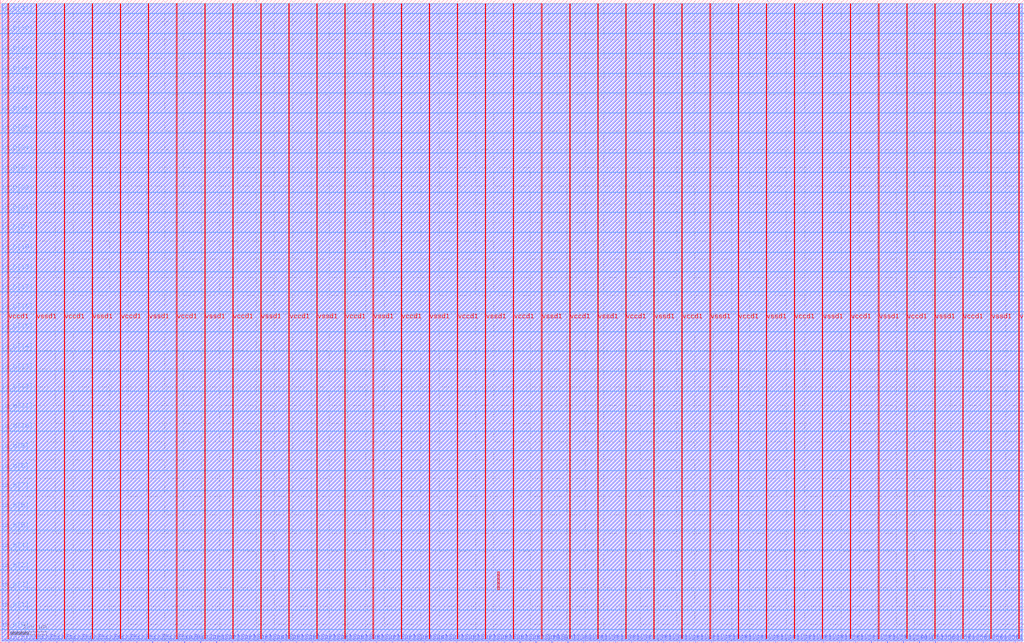
<source format=lef>
VERSION 5.7 ;
  NOWIREEXTENSIONATPIN ON ;
  DIVIDERCHAR "/" ;
  BUSBITCHARS "[]" ;
MACRO DaddaTreeMultiplier
  CLASS BLOCK ;
  FOREIGN DaddaTreeMultiplier ;
  ORIGIN 0.000 0.000 ;
  SIZE 2800.000 BY 1760.000 ;
  PIN clock
    DIRECTION INPUT ;
    USE SIGNAL ;
    PORT
      LAYER met2 ;
        RECT 699.750 1756.000 700.030 1760.000 ;
    END
  END clock
  PIN io_a[0]
    DIRECTION INPUT ;
    USE SIGNAL ;
    ANTENNAGATEAREA 0.990000 ;
    PORT
      LAYER met3 ;
        RECT 2796.000 35.400 2800.000 36.000 ;
    END
  END io_a[0]
  PIN io_a[10]
    DIRECTION INPUT ;
    USE SIGNAL ;
    ANTENNAGATEAREA 0.990000 ;
    PORT
      LAYER met3 ;
        RECT 2796.000 579.400 2800.000 580.000 ;
    END
  END io_a[10]
  PIN io_a[11]
    DIRECTION INPUT ;
    USE SIGNAL ;
    ANTENNAGATEAREA 0.990000 ;
    PORT
      LAYER met3 ;
        RECT 2796.000 633.800 2800.000 634.400 ;
    END
  END io_a[11]
  PIN io_a[12]
    DIRECTION INPUT ;
    USE SIGNAL ;
    ANTENNAGATEAREA 0.990000 ;
    PORT
      LAYER met3 ;
        RECT 2796.000 688.200 2800.000 688.800 ;
    END
  END io_a[12]
  PIN io_a[13]
    DIRECTION INPUT ;
    USE SIGNAL ;
    ANTENNAGATEAREA 0.990000 ;
    PORT
      LAYER met3 ;
        RECT 2796.000 742.600 2800.000 743.200 ;
    END
  END io_a[13]
  PIN io_a[14]
    DIRECTION INPUT ;
    USE SIGNAL ;
    ANTENNAGATEAREA 0.990000 ;
    PORT
      LAYER met3 ;
        RECT 2796.000 797.000 2800.000 797.600 ;
    END
  END io_a[14]
  PIN io_a[15]
    DIRECTION INPUT ;
    USE SIGNAL ;
    ANTENNAGATEAREA 0.990000 ;
    PORT
      LAYER met3 ;
        RECT 2796.000 851.400 2800.000 852.000 ;
    END
  END io_a[15]
  PIN io_a[16]
    DIRECTION INPUT ;
    USE SIGNAL ;
    ANTENNAGATEAREA 0.990000 ;
    PORT
      LAYER met3 ;
        RECT 2796.000 905.800 2800.000 906.400 ;
    END
  END io_a[16]
  PIN io_a[17]
    DIRECTION INPUT ;
    USE SIGNAL ;
    ANTENNAGATEAREA 0.990000 ;
    PORT
      LAYER met3 ;
        RECT 2796.000 960.200 2800.000 960.800 ;
    END
  END io_a[17]
  PIN io_a[18]
    DIRECTION INPUT ;
    USE SIGNAL ;
    ANTENNAGATEAREA 0.990000 ;
    PORT
      LAYER met3 ;
        RECT 2796.000 1014.600 2800.000 1015.200 ;
    END
  END io_a[18]
  PIN io_a[19]
    DIRECTION INPUT ;
    USE SIGNAL ;
    ANTENNAGATEAREA 0.990000 ;
    PORT
      LAYER met3 ;
        RECT 2796.000 1069.000 2800.000 1069.600 ;
    END
  END io_a[19]
  PIN io_a[1]
    DIRECTION INPUT ;
    USE SIGNAL ;
    ANTENNAGATEAREA 0.990000 ;
    PORT
      LAYER met3 ;
        RECT 2796.000 89.800 2800.000 90.400 ;
    END
  END io_a[1]
  PIN io_a[20]
    DIRECTION INPUT ;
    USE SIGNAL ;
    ANTENNAGATEAREA 0.990000 ;
    PORT
      LAYER met3 ;
        RECT 2796.000 1123.400 2800.000 1124.000 ;
    END
  END io_a[20]
  PIN io_a[21]
    DIRECTION INPUT ;
    USE SIGNAL ;
    ANTENNAGATEAREA 0.990000 ;
    PORT
      LAYER met3 ;
        RECT 2796.000 1177.800 2800.000 1178.400 ;
    END
  END io_a[21]
  PIN io_a[22]
    DIRECTION INPUT ;
    USE SIGNAL ;
    ANTENNAGATEAREA 0.990000 ;
    PORT
      LAYER met3 ;
        RECT 2796.000 1232.200 2800.000 1232.800 ;
    END
  END io_a[22]
  PIN io_a[23]
    DIRECTION INPUT ;
    USE SIGNAL ;
    ANTENNAGATEAREA 0.990000 ;
    PORT
      LAYER met3 ;
        RECT 2796.000 1286.600 2800.000 1287.200 ;
    END
  END io_a[23]
  PIN io_a[24]
    DIRECTION INPUT ;
    USE SIGNAL ;
    ANTENNAGATEAREA 0.990000 ;
    PORT
      LAYER met3 ;
        RECT 2796.000 1341.000 2800.000 1341.600 ;
    END
  END io_a[24]
  PIN io_a[25]
    DIRECTION INPUT ;
    USE SIGNAL ;
    ANTENNAGATEAREA 0.990000 ;
    PORT
      LAYER met3 ;
        RECT 2796.000 1395.400 2800.000 1396.000 ;
    END
  END io_a[25]
  PIN io_a[26]
    DIRECTION INPUT ;
    USE SIGNAL ;
    ANTENNAGATEAREA 0.990000 ;
    PORT
      LAYER met3 ;
        RECT 2796.000 1449.800 2800.000 1450.400 ;
    END
  END io_a[26]
  PIN io_a[27]
    DIRECTION INPUT ;
    USE SIGNAL ;
    ANTENNAGATEAREA 0.990000 ;
    PORT
      LAYER met3 ;
        RECT 2796.000 1504.200 2800.000 1504.800 ;
    END
  END io_a[27]
  PIN io_a[28]
    DIRECTION INPUT ;
    USE SIGNAL ;
    ANTENNAGATEAREA 0.990000 ;
    PORT
      LAYER met3 ;
        RECT 2796.000 1558.600 2800.000 1559.200 ;
    END
  END io_a[28]
  PIN io_a[29]
    DIRECTION INPUT ;
    USE SIGNAL ;
    ANTENNAGATEAREA 0.990000 ;
    PORT
      LAYER met3 ;
        RECT 2796.000 1613.000 2800.000 1613.600 ;
    END
  END io_a[29]
  PIN io_a[2]
    DIRECTION INPUT ;
    USE SIGNAL ;
    ANTENNAGATEAREA 0.990000 ;
    PORT
      LAYER met3 ;
        RECT 2796.000 144.200 2800.000 144.800 ;
    END
  END io_a[2]
  PIN io_a[30]
    DIRECTION INPUT ;
    USE SIGNAL ;
    ANTENNAGATEAREA 0.990000 ;
    PORT
      LAYER met3 ;
        RECT 2796.000 1667.400 2800.000 1668.000 ;
    END
  END io_a[30]
  PIN io_a[31]
    DIRECTION INPUT ;
    USE SIGNAL ;
    ANTENNAGATEAREA 0.990000 ;
    PORT
      LAYER met3 ;
        RECT 2796.000 1721.800 2800.000 1722.400 ;
    END
  END io_a[31]
  PIN io_a[3]
    DIRECTION INPUT ;
    USE SIGNAL ;
    ANTENNAGATEAREA 0.990000 ;
    PORT
      LAYER met3 ;
        RECT 2796.000 198.600 2800.000 199.200 ;
    END
  END io_a[3]
  PIN io_a[4]
    DIRECTION INPUT ;
    USE SIGNAL ;
    ANTENNAGATEAREA 0.990000 ;
    PORT
      LAYER met3 ;
        RECT 2796.000 253.000 2800.000 253.600 ;
    END
  END io_a[4]
  PIN io_a[5]
    DIRECTION INPUT ;
    USE SIGNAL ;
    ANTENNAGATEAREA 0.990000 ;
    PORT
      LAYER met3 ;
        RECT 2796.000 307.400 2800.000 308.000 ;
    END
  END io_a[5]
  PIN io_a[6]
    DIRECTION INPUT ;
    USE SIGNAL ;
    ANTENNAGATEAREA 0.990000 ;
    PORT
      LAYER met3 ;
        RECT 2796.000 361.800 2800.000 362.400 ;
    END
  END io_a[6]
  PIN io_a[7]
    DIRECTION INPUT ;
    USE SIGNAL ;
    ANTENNAGATEAREA 0.990000 ;
    PORT
      LAYER met3 ;
        RECT 2796.000 416.200 2800.000 416.800 ;
    END
  END io_a[7]
  PIN io_a[8]
    DIRECTION INPUT ;
    USE SIGNAL ;
    ANTENNAGATEAREA 0.990000 ;
    PORT
      LAYER met3 ;
        RECT 2796.000 470.600 2800.000 471.200 ;
    END
  END io_a[8]
  PIN io_a[9]
    DIRECTION INPUT ;
    USE SIGNAL ;
    ANTENNAGATEAREA 0.990000 ;
    PORT
      LAYER met3 ;
        RECT 2796.000 525.000 2800.000 525.600 ;
    END
  END io_a[9]
  PIN io_b[0]
    DIRECTION INPUT ;
    USE SIGNAL ;
    ANTENNAGATEAREA 0.852000 ;
    PORT
      LAYER met3 ;
        RECT 0.000 35.400 4.000 36.000 ;
    END
  END io_b[0]
  PIN io_b[10]
    DIRECTION INPUT ;
    USE SIGNAL ;
    ANTENNAGATEAREA 0.990000 ;
    PORT
      LAYER met3 ;
        RECT 0.000 579.400 4.000 580.000 ;
    END
  END io_b[10]
  PIN io_b[11]
    DIRECTION INPUT ;
    USE SIGNAL ;
    ANTENNAGATEAREA 0.852000 ;
    PORT
      LAYER met3 ;
        RECT 0.000 633.800 4.000 634.400 ;
    END
  END io_b[11]
  PIN io_b[12]
    DIRECTION INPUT ;
    USE SIGNAL ;
    ANTENNAGATEAREA 0.990000 ;
    PORT
      LAYER met3 ;
        RECT 0.000 688.200 4.000 688.800 ;
    END
  END io_b[12]
  PIN io_b[13]
    DIRECTION INPUT ;
    USE SIGNAL ;
    ANTENNAGATEAREA 0.990000 ;
    PORT
      LAYER met3 ;
        RECT 0.000 742.600 4.000 743.200 ;
    END
  END io_b[13]
  PIN io_b[14]
    DIRECTION INPUT ;
    USE SIGNAL ;
    ANTENNAGATEAREA 0.990000 ;
    PORT
      LAYER met3 ;
        RECT 0.000 797.000 4.000 797.600 ;
    END
  END io_b[14]
  PIN io_b[15]
    DIRECTION INPUT ;
    USE SIGNAL ;
    ANTENNAGATEAREA 0.990000 ;
    PORT
      LAYER met3 ;
        RECT 0.000 851.400 4.000 852.000 ;
    END
  END io_b[15]
  PIN io_b[16]
    DIRECTION INPUT ;
    USE SIGNAL ;
    ANTENNAGATEAREA 0.990000 ;
    PORT
      LAYER met3 ;
        RECT 0.000 905.800 4.000 906.400 ;
    END
  END io_b[16]
  PIN io_b[17]
    DIRECTION INPUT ;
    USE SIGNAL ;
    ANTENNAGATEAREA 0.990000 ;
    PORT
      LAYER met3 ;
        RECT 0.000 960.200 4.000 960.800 ;
    END
  END io_b[17]
  PIN io_b[18]
    DIRECTION INPUT ;
    USE SIGNAL ;
    ANTENNAGATEAREA 0.990000 ;
    PORT
      LAYER met3 ;
        RECT 0.000 1014.600 4.000 1015.200 ;
    END
  END io_b[18]
  PIN io_b[19]
    DIRECTION INPUT ;
    USE SIGNAL ;
    ANTENNAGATEAREA 0.990000 ;
    PORT
      LAYER met3 ;
        RECT 0.000 1069.000 4.000 1069.600 ;
    END
  END io_b[19]
  PIN io_b[1]
    DIRECTION INPUT ;
    USE SIGNAL ;
    ANTENNAGATEAREA 0.852000 ;
    PORT
      LAYER met3 ;
        RECT 0.000 89.800 4.000 90.400 ;
    END
  END io_b[1]
  PIN io_b[20]
    DIRECTION INPUT ;
    USE SIGNAL ;
    ANTENNAGATEAREA 0.990000 ;
    PORT
      LAYER met3 ;
        RECT 0.000 1123.400 4.000 1124.000 ;
    END
  END io_b[20]
  PIN io_b[21]
    DIRECTION INPUT ;
    USE SIGNAL ;
    ANTENNAGATEAREA 0.990000 ;
    PORT
      LAYER met3 ;
        RECT 0.000 1177.800 4.000 1178.400 ;
    END
  END io_b[21]
  PIN io_b[22]
    DIRECTION INPUT ;
    USE SIGNAL ;
    ANTENNAGATEAREA 0.990000 ;
    PORT
      LAYER met3 ;
        RECT 0.000 1232.200 4.000 1232.800 ;
    END
  END io_b[22]
  PIN io_b[23]
    DIRECTION INPUT ;
    USE SIGNAL ;
    ANTENNAGATEAREA 0.990000 ;
    PORT
      LAYER met3 ;
        RECT 0.000 1286.600 4.000 1287.200 ;
    END
  END io_b[23]
  PIN io_b[24]
    DIRECTION INPUT ;
    USE SIGNAL ;
    ANTENNAGATEAREA 0.990000 ;
    PORT
      LAYER met3 ;
        RECT 0.000 1341.000 4.000 1341.600 ;
    END
  END io_b[24]
  PIN io_b[25]
    DIRECTION INPUT ;
    USE SIGNAL ;
    ANTENNAGATEAREA 0.990000 ;
    PORT
      LAYER met3 ;
        RECT 0.000 1395.400 4.000 1396.000 ;
    END
  END io_b[25]
  PIN io_b[26]
    DIRECTION INPUT ;
    USE SIGNAL ;
    ANTENNAGATEAREA 0.990000 ;
    PORT
      LAYER met3 ;
        RECT 0.000 1449.800 4.000 1450.400 ;
    END
  END io_b[26]
  PIN io_b[27]
    DIRECTION INPUT ;
    USE SIGNAL ;
    ANTENNAGATEAREA 0.990000 ;
    PORT
      LAYER met3 ;
        RECT 0.000 1504.200 4.000 1504.800 ;
    END
  END io_b[27]
  PIN io_b[28]
    DIRECTION INPUT ;
    USE SIGNAL ;
    ANTENNAGATEAREA 0.990000 ;
    PORT
      LAYER met3 ;
        RECT 0.000 1558.600 4.000 1559.200 ;
    END
  END io_b[28]
  PIN io_b[29]
    DIRECTION INPUT ;
    USE SIGNAL ;
    ANTENNAGATEAREA 0.990000 ;
    PORT
      LAYER met3 ;
        RECT 0.000 1613.000 4.000 1613.600 ;
    END
  END io_b[29]
  PIN io_b[2]
    DIRECTION INPUT ;
    USE SIGNAL ;
    ANTENNAGATEAREA 0.495000 ;
    PORT
      LAYER met3 ;
        RECT 0.000 144.200 4.000 144.800 ;
    END
  END io_b[2]
  PIN io_b[30]
    DIRECTION INPUT ;
    USE SIGNAL ;
    ANTENNAGATEAREA 0.990000 ;
    PORT
      LAYER met3 ;
        RECT 0.000 1667.400 4.000 1668.000 ;
    END
  END io_b[30]
  PIN io_b[31]
    DIRECTION INPUT ;
    USE SIGNAL ;
    ANTENNAGATEAREA 0.990000 ;
    PORT
      LAYER met3 ;
        RECT 0.000 1721.800 4.000 1722.400 ;
    END
  END io_b[31]
  PIN io_b[3]
    DIRECTION INPUT ;
    USE SIGNAL ;
    ANTENNAGATEAREA 0.495000 ;
    PORT
      LAYER met3 ;
        RECT 0.000 198.600 4.000 199.200 ;
    END
  END io_b[3]
  PIN io_b[4]
    DIRECTION INPUT ;
    USE SIGNAL ;
    ANTENNAGATEAREA 0.990000 ;
    PORT
      LAYER met3 ;
        RECT 0.000 253.000 4.000 253.600 ;
    END
  END io_b[4]
  PIN io_b[5]
    DIRECTION INPUT ;
    USE SIGNAL ;
    ANTENNAGATEAREA 0.742500 ;
    PORT
      LAYER met3 ;
        RECT 0.000 307.400 4.000 308.000 ;
    END
  END io_b[5]
  PIN io_b[6]
    DIRECTION INPUT ;
    USE SIGNAL ;
    ANTENNAGATEAREA 0.742500 ;
    PORT
      LAYER met3 ;
        RECT 0.000 361.800 4.000 362.400 ;
    END
  END io_b[6]
  PIN io_b[7]
    DIRECTION INPUT ;
    USE SIGNAL ;
    ANTENNAGATEAREA 0.990000 ;
    PORT
      LAYER met3 ;
        RECT 0.000 416.200 4.000 416.800 ;
    END
  END io_b[7]
  PIN io_b[8]
    DIRECTION INPUT ;
    USE SIGNAL ;
    ANTENNAGATEAREA 0.990000 ;
    PORT
      LAYER met3 ;
        RECT 0.000 470.600 4.000 471.200 ;
    END
  END io_b[8]
  PIN io_b[9]
    DIRECTION INPUT ;
    USE SIGNAL ;
    ANTENNAGATEAREA 0.852000 ;
    PORT
      LAYER met3 ;
        RECT 0.000 525.000 4.000 525.600 ;
    END
  END io_b[9]
  PIN io_product[0]
    DIRECTION OUTPUT TRISTATE ;
    USE SIGNAL ;
    ANTENNADIFFAREA 2.673000 ;
    PORT
      LAYER met2 ;
        RECT 23.090 0.000 23.370 4.000 ;
    END
  END io_product[0]
  PIN io_product[10]
    DIRECTION OUTPUT TRISTATE ;
    USE SIGNAL ;
    ANTENNADIFFAREA 2.673000 ;
    PORT
      LAYER met2 ;
        RECT 460.090 0.000 460.370 4.000 ;
    END
  END io_product[10]
  PIN io_product[11]
    DIRECTION OUTPUT TRISTATE ;
    USE SIGNAL ;
    ANTENNADIFFAREA 2.673000 ;
    PORT
      LAYER met2 ;
        RECT 503.790 0.000 504.070 4.000 ;
    END
  END io_product[11]
  PIN io_product[12]
    DIRECTION OUTPUT TRISTATE ;
    USE SIGNAL ;
    ANTENNADIFFAREA 2.673000 ;
    PORT
      LAYER met2 ;
        RECT 547.490 0.000 547.770 4.000 ;
    END
  END io_product[12]
  PIN io_product[13]
    DIRECTION OUTPUT TRISTATE ;
    USE SIGNAL ;
    ANTENNADIFFAREA 2.673000 ;
    PORT
      LAYER met2 ;
        RECT 591.190 0.000 591.470 4.000 ;
    END
  END io_product[13]
  PIN io_product[14]
    DIRECTION OUTPUT TRISTATE ;
    USE SIGNAL ;
    ANTENNADIFFAREA 2.673000 ;
    PORT
      LAYER met2 ;
        RECT 634.890 0.000 635.170 4.000 ;
    END
  END io_product[14]
  PIN io_product[15]
    DIRECTION OUTPUT TRISTATE ;
    USE SIGNAL ;
    ANTENNADIFFAREA 2.673000 ;
    PORT
      LAYER met2 ;
        RECT 678.590 0.000 678.870 4.000 ;
    END
  END io_product[15]
  PIN io_product[16]
    DIRECTION OUTPUT TRISTATE ;
    USE SIGNAL ;
    ANTENNADIFFAREA 2.673000 ;
    PORT
      LAYER met2 ;
        RECT 722.290 0.000 722.570 4.000 ;
    END
  END io_product[16]
  PIN io_product[17]
    DIRECTION OUTPUT TRISTATE ;
    USE SIGNAL ;
    ANTENNADIFFAREA 2.673000 ;
    PORT
      LAYER met2 ;
        RECT 765.990 0.000 766.270 4.000 ;
    END
  END io_product[17]
  PIN io_product[18]
    DIRECTION OUTPUT TRISTATE ;
    USE SIGNAL ;
    ANTENNADIFFAREA 2.673000 ;
    PORT
      LAYER met2 ;
        RECT 809.690 0.000 809.970 4.000 ;
    END
  END io_product[18]
  PIN io_product[19]
    DIRECTION OUTPUT TRISTATE ;
    USE SIGNAL ;
    ANTENNADIFFAREA 2.673000 ;
    PORT
      LAYER met2 ;
        RECT 853.390 0.000 853.670 4.000 ;
    END
  END io_product[19]
  PIN io_product[1]
    DIRECTION OUTPUT TRISTATE ;
    USE SIGNAL ;
    ANTENNADIFFAREA 2.673000 ;
    PORT
      LAYER met2 ;
        RECT 66.790 0.000 67.070 4.000 ;
    END
  END io_product[1]
  PIN io_product[20]
    DIRECTION OUTPUT TRISTATE ;
    USE SIGNAL ;
    ANTENNADIFFAREA 2.673000 ;
    PORT
      LAYER met2 ;
        RECT 897.090 0.000 897.370 4.000 ;
    END
  END io_product[20]
  PIN io_product[21]
    DIRECTION OUTPUT TRISTATE ;
    USE SIGNAL ;
    ANTENNADIFFAREA 2.673000 ;
    PORT
      LAYER met2 ;
        RECT 940.790 0.000 941.070 4.000 ;
    END
  END io_product[21]
  PIN io_product[22]
    DIRECTION OUTPUT TRISTATE ;
    USE SIGNAL ;
    ANTENNADIFFAREA 2.673000 ;
    PORT
      LAYER met2 ;
        RECT 984.490 0.000 984.770 4.000 ;
    END
  END io_product[22]
  PIN io_product[23]
    DIRECTION OUTPUT TRISTATE ;
    USE SIGNAL ;
    ANTENNADIFFAREA 2.673000 ;
    PORT
      LAYER met2 ;
        RECT 1028.190 0.000 1028.470 4.000 ;
    END
  END io_product[23]
  PIN io_product[24]
    DIRECTION OUTPUT TRISTATE ;
    USE SIGNAL ;
    ANTENNADIFFAREA 2.673000 ;
    PORT
      LAYER met2 ;
        RECT 1071.890 0.000 1072.170 4.000 ;
    END
  END io_product[24]
  PIN io_product[25]
    DIRECTION OUTPUT TRISTATE ;
    USE SIGNAL ;
    ANTENNADIFFAREA 2.673000 ;
    PORT
      LAYER met2 ;
        RECT 1115.590 0.000 1115.870 4.000 ;
    END
  END io_product[25]
  PIN io_product[26]
    DIRECTION OUTPUT TRISTATE ;
    USE SIGNAL ;
    ANTENNADIFFAREA 2.673000 ;
    PORT
      LAYER met2 ;
        RECT 1159.290 0.000 1159.570 4.000 ;
    END
  END io_product[26]
  PIN io_product[27]
    DIRECTION OUTPUT TRISTATE ;
    USE SIGNAL ;
    ANTENNADIFFAREA 2.673000 ;
    PORT
      LAYER met2 ;
        RECT 1202.990 0.000 1203.270 4.000 ;
    END
  END io_product[27]
  PIN io_product[28]
    DIRECTION OUTPUT TRISTATE ;
    USE SIGNAL ;
    ANTENNADIFFAREA 2.673000 ;
    PORT
      LAYER met2 ;
        RECT 1246.690 0.000 1246.970 4.000 ;
    END
  END io_product[28]
  PIN io_product[29]
    DIRECTION OUTPUT TRISTATE ;
    USE SIGNAL ;
    ANTENNADIFFAREA 2.673000 ;
    PORT
      LAYER met2 ;
        RECT 1290.390 0.000 1290.670 4.000 ;
    END
  END io_product[29]
  PIN io_product[2]
    DIRECTION OUTPUT TRISTATE ;
    USE SIGNAL ;
    ANTENNADIFFAREA 2.673000 ;
    PORT
      LAYER met2 ;
        RECT 110.490 0.000 110.770 4.000 ;
    END
  END io_product[2]
  PIN io_product[30]
    DIRECTION OUTPUT TRISTATE ;
    USE SIGNAL ;
    ANTENNADIFFAREA 2.673000 ;
    PORT
      LAYER met2 ;
        RECT 1334.090 0.000 1334.370 4.000 ;
    END
  END io_product[30]
  PIN io_product[31]
    DIRECTION OUTPUT TRISTATE ;
    USE SIGNAL ;
    ANTENNADIFFAREA 2.673000 ;
    PORT
      LAYER met2 ;
        RECT 1377.790 0.000 1378.070 4.000 ;
    END
  END io_product[31]
  PIN io_product[32]
    DIRECTION OUTPUT TRISTATE ;
    USE SIGNAL ;
    ANTENNADIFFAREA 2.673000 ;
    PORT
      LAYER met2 ;
        RECT 1421.490 0.000 1421.770 4.000 ;
    END
  END io_product[32]
  PIN io_product[33]
    DIRECTION OUTPUT TRISTATE ;
    USE SIGNAL ;
    ANTENNADIFFAREA 2.673000 ;
    PORT
      LAYER met2 ;
        RECT 1465.190 0.000 1465.470 4.000 ;
    END
  END io_product[33]
  PIN io_product[34]
    DIRECTION OUTPUT TRISTATE ;
    USE SIGNAL ;
    ANTENNADIFFAREA 2.673000 ;
    PORT
      LAYER met2 ;
        RECT 1508.890 0.000 1509.170 4.000 ;
    END
  END io_product[34]
  PIN io_product[35]
    DIRECTION OUTPUT TRISTATE ;
    USE SIGNAL ;
    ANTENNADIFFAREA 2.673000 ;
    PORT
      LAYER met2 ;
        RECT 1552.590 0.000 1552.870 4.000 ;
    END
  END io_product[35]
  PIN io_product[36]
    DIRECTION OUTPUT TRISTATE ;
    USE SIGNAL ;
    ANTENNADIFFAREA 2.673000 ;
    PORT
      LAYER met2 ;
        RECT 1596.290 0.000 1596.570 4.000 ;
    END
  END io_product[36]
  PIN io_product[37]
    DIRECTION OUTPUT TRISTATE ;
    USE SIGNAL ;
    ANTENNADIFFAREA 2.673000 ;
    PORT
      LAYER met2 ;
        RECT 1639.990 0.000 1640.270 4.000 ;
    END
  END io_product[37]
  PIN io_product[38]
    DIRECTION OUTPUT TRISTATE ;
    USE SIGNAL ;
    ANTENNADIFFAREA 2.673000 ;
    PORT
      LAYER met2 ;
        RECT 1683.690 0.000 1683.970 4.000 ;
    END
  END io_product[38]
  PIN io_product[39]
    DIRECTION OUTPUT TRISTATE ;
    USE SIGNAL ;
    ANTENNADIFFAREA 2.673000 ;
    PORT
      LAYER met2 ;
        RECT 1727.390 0.000 1727.670 4.000 ;
    END
  END io_product[39]
  PIN io_product[3]
    DIRECTION OUTPUT TRISTATE ;
    USE SIGNAL ;
    ANTENNADIFFAREA 2.673000 ;
    PORT
      LAYER met2 ;
        RECT 154.190 0.000 154.470 4.000 ;
    END
  END io_product[3]
  PIN io_product[40]
    DIRECTION OUTPUT TRISTATE ;
    USE SIGNAL ;
    ANTENNADIFFAREA 2.673000 ;
    PORT
      LAYER met2 ;
        RECT 1771.090 0.000 1771.370 4.000 ;
    END
  END io_product[40]
  PIN io_product[41]
    DIRECTION OUTPUT TRISTATE ;
    USE SIGNAL ;
    ANTENNADIFFAREA 2.673000 ;
    PORT
      LAYER met2 ;
        RECT 1814.790 0.000 1815.070 4.000 ;
    END
  END io_product[41]
  PIN io_product[42]
    DIRECTION OUTPUT TRISTATE ;
    USE SIGNAL ;
    ANTENNADIFFAREA 2.673000 ;
    PORT
      LAYER met2 ;
        RECT 1858.490 0.000 1858.770 4.000 ;
    END
  END io_product[42]
  PIN io_product[43]
    DIRECTION OUTPUT TRISTATE ;
    USE SIGNAL ;
    ANTENNADIFFAREA 2.673000 ;
    PORT
      LAYER met2 ;
        RECT 1902.190 0.000 1902.470 4.000 ;
    END
  END io_product[43]
  PIN io_product[44]
    DIRECTION OUTPUT TRISTATE ;
    USE SIGNAL ;
    ANTENNADIFFAREA 2.673000 ;
    PORT
      LAYER met2 ;
        RECT 1945.890 0.000 1946.170 4.000 ;
    END
  END io_product[44]
  PIN io_product[45]
    DIRECTION OUTPUT TRISTATE ;
    USE SIGNAL ;
    ANTENNADIFFAREA 2.673000 ;
    PORT
      LAYER met2 ;
        RECT 1989.590 0.000 1989.870 4.000 ;
    END
  END io_product[45]
  PIN io_product[46]
    DIRECTION OUTPUT TRISTATE ;
    USE SIGNAL ;
    ANTENNADIFFAREA 2.673000 ;
    PORT
      LAYER met2 ;
        RECT 2033.290 0.000 2033.570 4.000 ;
    END
  END io_product[46]
  PIN io_product[47]
    DIRECTION OUTPUT TRISTATE ;
    USE SIGNAL ;
    ANTENNADIFFAREA 2.673000 ;
    PORT
      LAYER met2 ;
        RECT 2076.990 0.000 2077.270 4.000 ;
    END
  END io_product[47]
  PIN io_product[48]
    DIRECTION OUTPUT TRISTATE ;
    USE SIGNAL ;
    ANTENNADIFFAREA 2.673000 ;
    PORT
      LAYER met2 ;
        RECT 2120.690 0.000 2120.970 4.000 ;
    END
  END io_product[48]
  PIN io_product[49]
    DIRECTION OUTPUT TRISTATE ;
    USE SIGNAL ;
    ANTENNADIFFAREA 2.673000 ;
    PORT
      LAYER met2 ;
        RECT 2164.390 0.000 2164.670 4.000 ;
    END
  END io_product[49]
  PIN io_product[4]
    DIRECTION OUTPUT TRISTATE ;
    USE SIGNAL ;
    ANTENNADIFFAREA 2.673000 ;
    PORT
      LAYER met2 ;
        RECT 197.890 0.000 198.170 4.000 ;
    END
  END io_product[4]
  PIN io_product[50]
    DIRECTION OUTPUT TRISTATE ;
    USE SIGNAL ;
    ANTENNADIFFAREA 2.673000 ;
    PORT
      LAYER met2 ;
        RECT 2208.090 0.000 2208.370 4.000 ;
    END
  END io_product[50]
  PIN io_product[51]
    DIRECTION OUTPUT TRISTATE ;
    USE SIGNAL ;
    ANTENNADIFFAREA 2.673000 ;
    PORT
      LAYER met2 ;
        RECT 2251.790 0.000 2252.070 4.000 ;
    END
  END io_product[51]
  PIN io_product[52]
    DIRECTION OUTPUT TRISTATE ;
    USE SIGNAL ;
    ANTENNADIFFAREA 2.673000 ;
    PORT
      LAYER met2 ;
        RECT 2295.490 0.000 2295.770 4.000 ;
    END
  END io_product[52]
  PIN io_product[53]
    DIRECTION OUTPUT TRISTATE ;
    USE SIGNAL ;
    ANTENNADIFFAREA 2.673000 ;
    PORT
      LAYER met2 ;
        RECT 2339.190 0.000 2339.470 4.000 ;
    END
  END io_product[53]
  PIN io_product[54]
    DIRECTION OUTPUT TRISTATE ;
    USE SIGNAL ;
    ANTENNADIFFAREA 2.673000 ;
    PORT
      LAYER met2 ;
        RECT 2382.890 0.000 2383.170 4.000 ;
    END
  END io_product[54]
  PIN io_product[55]
    DIRECTION OUTPUT TRISTATE ;
    USE SIGNAL ;
    ANTENNADIFFAREA 2.673000 ;
    PORT
      LAYER met2 ;
        RECT 2426.590 0.000 2426.870 4.000 ;
    END
  END io_product[55]
  PIN io_product[56]
    DIRECTION OUTPUT TRISTATE ;
    USE SIGNAL ;
    ANTENNADIFFAREA 2.673000 ;
    PORT
      LAYER met2 ;
        RECT 2470.290 0.000 2470.570 4.000 ;
    END
  END io_product[56]
  PIN io_product[57]
    DIRECTION OUTPUT TRISTATE ;
    USE SIGNAL ;
    ANTENNADIFFAREA 2.673000 ;
    PORT
      LAYER met2 ;
        RECT 2513.990 0.000 2514.270 4.000 ;
    END
  END io_product[57]
  PIN io_product[58]
    DIRECTION OUTPUT TRISTATE ;
    USE SIGNAL ;
    ANTENNADIFFAREA 2.673000 ;
    PORT
      LAYER met2 ;
        RECT 2557.690 0.000 2557.970 4.000 ;
    END
  END io_product[58]
  PIN io_product[59]
    DIRECTION OUTPUT TRISTATE ;
    USE SIGNAL ;
    ANTENNADIFFAREA 2.673000 ;
    PORT
      LAYER met2 ;
        RECT 2601.390 0.000 2601.670 4.000 ;
    END
  END io_product[59]
  PIN io_product[5]
    DIRECTION OUTPUT TRISTATE ;
    USE SIGNAL ;
    ANTENNADIFFAREA 2.673000 ;
    PORT
      LAYER met2 ;
        RECT 241.590 0.000 241.870 4.000 ;
    END
  END io_product[5]
  PIN io_product[60]
    DIRECTION OUTPUT TRISTATE ;
    USE SIGNAL ;
    ANTENNADIFFAREA 2.673000 ;
    PORT
      LAYER met2 ;
        RECT 2645.090 0.000 2645.370 4.000 ;
    END
  END io_product[60]
  PIN io_product[61]
    DIRECTION OUTPUT TRISTATE ;
    USE SIGNAL ;
    ANTENNADIFFAREA 2.673000 ;
    PORT
      LAYER met2 ;
        RECT 2688.790 0.000 2689.070 4.000 ;
    END
  END io_product[61]
  PIN io_product[62]
    DIRECTION OUTPUT TRISTATE ;
    USE SIGNAL ;
    ANTENNADIFFAREA 2.673000 ;
    PORT
      LAYER met2 ;
        RECT 2732.490 0.000 2732.770 4.000 ;
    END
  END io_product[62]
  PIN io_product[63]
    DIRECTION OUTPUT TRISTATE ;
    USE SIGNAL ;
    ANTENNADIFFAREA 2.673000 ;
    PORT
      LAYER met2 ;
        RECT 2776.190 0.000 2776.470 4.000 ;
    END
  END io_product[63]
  PIN io_product[6]
    DIRECTION OUTPUT TRISTATE ;
    USE SIGNAL ;
    ANTENNADIFFAREA 2.673000 ;
    PORT
      LAYER met2 ;
        RECT 285.290 0.000 285.570 4.000 ;
    END
  END io_product[6]
  PIN io_product[7]
    DIRECTION OUTPUT TRISTATE ;
    USE SIGNAL ;
    ANTENNADIFFAREA 2.673000 ;
    PORT
      LAYER met2 ;
        RECT 328.990 0.000 329.270 4.000 ;
    END
  END io_product[7]
  PIN io_product[8]
    DIRECTION OUTPUT TRISTATE ;
    USE SIGNAL ;
    ANTENNADIFFAREA 2.673000 ;
    PORT
      LAYER met2 ;
        RECT 372.690 0.000 372.970 4.000 ;
    END
  END io_product[8]
  PIN io_product[9]
    DIRECTION OUTPUT TRISTATE ;
    USE SIGNAL ;
    ANTENNADIFFAREA 2.673000 ;
    PORT
      LAYER met2 ;
        RECT 416.390 0.000 416.670 4.000 ;
    END
  END io_product[9]
  PIN reset
    DIRECTION INPUT ;
    USE SIGNAL ;
    PORT
      LAYER met2 ;
        RECT 2099.530 1756.000 2099.810 1760.000 ;
    END
  END reset
  PIN vccd1
    DIRECTION INOUT ;
    USE POWER ;
    PORT
      LAYER met4 ;
        RECT 21.040 10.640 22.640 1749.200 ;
    END
    PORT
      LAYER met4 ;
        RECT 174.640 10.640 176.240 1749.200 ;
    END
    PORT
      LAYER met4 ;
        RECT 328.240 10.640 329.840 1749.200 ;
    END
    PORT
      LAYER met4 ;
        RECT 481.840 10.640 483.440 1749.200 ;
    END
    PORT
      LAYER met4 ;
        RECT 635.440 10.640 637.040 1749.200 ;
    END
    PORT
      LAYER met4 ;
        RECT 789.040 10.640 790.640 1749.200 ;
    END
    PORT
      LAYER met4 ;
        RECT 942.640 10.640 944.240 1749.200 ;
    END
    PORT
      LAYER met4 ;
        RECT 1096.240 10.640 1097.840 1749.200 ;
    END
    PORT
      LAYER met4 ;
        RECT 1249.840 10.640 1251.440 1749.200 ;
    END
    PORT
      LAYER met4 ;
        RECT 1403.440 10.640 1405.040 1749.200 ;
    END
    PORT
      LAYER met4 ;
        RECT 1557.040 10.640 1558.640 1749.200 ;
    END
    PORT
      LAYER met4 ;
        RECT 1710.640 10.640 1712.240 1749.200 ;
    END
    PORT
      LAYER met4 ;
        RECT 1864.240 10.640 1865.840 1749.200 ;
    END
    PORT
      LAYER met4 ;
        RECT 2017.840 10.640 2019.440 1749.200 ;
    END
    PORT
      LAYER met4 ;
        RECT 2171.440 10.640 2173.040 1749.200 ;
    END
    PORT
      LAYER met4 ;
        RECT 2325.040 10.640 2326.640 1749.200 ;
    END
    PORT
      LAYER met4 ;
        RECT 2478.640 10.640 2480.240 1749.200 ;
    END
    PORT
      LAYER met4 ;
        RECT 2632.240 10.640 2633.840 1749.200 ;
    END
    PORT
      LAYER met4 ;
        RECT 2785.840 10.640 2787.440 1749.200 ;
    END
  END vccd1
  PIN vssd1
    DIRECTION INOUT ;
    USE GROUND ;
    PORT
      LAYER met4 ;
        RECT 97.840 10.640 99.440 1749.200 ;
    END
    PORT
      LAYER met4 ;
        RECT 251.440 10.640 253.040 1749.200 ;
    END
    PORT
      LAYER met4 ;
        RECT 405.040 10.640 406.640 1749.200 ;
    END
    PORT
      LAYER met4 ;
        RECT 558.640 10.640 560.240 1749.200 ;
    END
    PORT
      LAYER met4 ;
        RECT 712.240 10.640 713.840 1749.200 ;
    END
    PORT
      LAYER met4 ;
        RECT 865.840 10.640 867.440 1749.200 ;
    END
    PORT
      LAYER met4 ;
        RECT 1019.440 10.640 1021.040 1749.200 ;
    END
    PORT
      LAYER met4 ;
        RECT 1173.040 10.640 1174.640 1749.200 ;
    END
    PORT
      LAYER met4 ;
        RECT 1326.640 10.640 1328.240 1749.200 ;
    END
    PORT
      LAYER met4 ;
        RECT 1480.240 10.640 1481.840 1749.200 ;
    END
    PORT
      LAYER met4 ;
        RECT 1633.840 10.640 1635.440 1749.200 ;
    END
    PORT
      LAYER met4 ;
        RECT 1787.440 10.640 1789.040 1749.200 ;
    END
    PORT
      LAYER met4 ;
        RECT 1941.040 10.640 1942.640 1749.200 ;
    END
    PORT
      LAYER met4 ;
        RECT 2094.640 10.640 2096.240 1749.200 ;
    END
    PORT
      LAYER met4 ;
        RECT 2248.240 10.640 2249.840 1749.200 ;
    END
    PORT
      LAYER met4 ;
        RECT 2401.840 10.640 2403.440 1749.200 ;
    END
    PORT
      LAYER met4 ;
        RECT 2555.440 10.640 2557.040 1749.200 ;
    END
    PORT
      LAYER met4 ;
        RECT 2709.040 10.640 2710.640 1749.200 ;
    END
  END vssd1
  OBS
      LAYER li1 ;
        RECT 5.520 10.795 2794.040 1749.045 ;
      LAYER met1 ;
        RECT 4.670 6.840 2796.270 1749.200 ;
      LAYER met2 ;
        RECT 4.690 4.280 2796.240 1749.145 ;
        RECT 4.690 3.670 22.810 4.280 ;
        RECT 23.650 3.670 66.510 4.280 ;
        RECT 67.350 3.670 110.210 4.280 ;
        RECT 111.050 3.670 153.910 4.280 ;
        RECT 154.750 3.670 197.610 4.280 ;
        RECT 198.450 3.670 241.310 4.280 ;
        RECT 242.150 3.670 285.010 4.280 ;
        RECT 285.850 3.670 328.710 4.280 ;
        RECT 329.550 3.670 372.410 4.280 ;
        RECT 373.250 3.670 416.110 4.280 ;
        RECT 416.950 3.670 459.810 4.280 ;
        RECT 460.650 3.670 503.510 4.280 ;
        RECT 504.350 3.670 547.210 4.280 ;
        RECT 548.050 3.670 590.910 4.280 ;
        RECT 591.750 3.670 634.610 4.280 ;
        RECT 635.450 3.670 678.310 4.280 ;
        RECT 679.150 3.670 722.010 4.280 ;
        RECT 722.850 3.670 765.710 4.280 ;
        RECT 766.550 3.670 809.410 4.280 ;
        RECT 810.250 3.670 853.110 4.280 ;
        RECT 853.950 3.670 896.810 4.280 ;
        RECT 897.650 3.670 940.510 4.280 ;
        RECT 941.350 3.670 984.210 4.280 ;
        RECT 985.050 3.670 1027.910 4.280 ;
        RECT 1028.750 3.670 1071.610 4.280 ;
        RECT 1072.450 3.670 1115.310 4.280 ;
        RECT 1116.150 3.670 1159.010 4.280 ;
        RECT 1159.850 3.670 1202.710 4.280 ;
        RECT 1203.550 3.670 1246.410 4.280 ;
        RECT 1247.250 3.670 1290.110 4.280 ;
        RECT 1290.950 3.670 1333.810 4.280 ;
        RECT 1334.650 3.670 1377.510 4.280 ;
        RECT 1378.350 3.670 1421.210 4.280 ;
        RECT 1422.050 3.670 1464.910 4.280 ;
        RECT 1465.750 3.670 1508.610 4.280 ;
        RECT 1509.450 3.670 1552.310 4.280 ;
        RECT 1553.150 3.670 1596.010 4.280 ;
        RECT 1596.850 3.670 1639.710 4.280 ;
        RECT 1640.550 3.670 1683.410 4.280 ;
        RECT 1684.250 3.670 1727.110 4.280 ;
        RECT 1727.950 3.670 1770.810 4.280 ;
        RECT 1771.650 3.670 1814.510 4.280 ;
        RECT 1815.350 3.670 1858.210 4.280 ;
        RECT 1859.050 3.670 1901.910 4.280 ;
        RECT 1902.750 3.670 1945.610 4.280 ;
        RECT 1946.450 3.670 1989.310 4.280 ;
        RECT 1990.150 3.670 2033.010 4.280 ;
        RECT 2033.850 3.670 2076.710 4.280 ;
        RECT 2077.550 3.670 2120.410 4.280 ;
        RECT 2121.250 3.670 2164.110 4.280 ;
        RECT 2164.950 3.670 2207.810 4.280 ;
        RECT 2208.650 3.670 2251.510 4.280 ;
        RECT 2252.350 3.670 2295.210 4.280 ;
        RECT 2296.050 3.670 2338.910 4.280 ;
        RECT 2339.750 3.670 2382.610 4.280 ;
        RECT 2383.450 3.670 2426.310 4.280 ;
        RECT 2427.150 3.670 2470.010 4.280 ;
        RECT 2470.850 3.670 2513.710 4.280 ;
        RECT 2514.550 3.670 2557.410 4.280 ;
        RECT 2558.250 3.670 2601.110 4.280 ;
        RECT 2601.950 3.670 2644.810 4.280 ;
        RECT 2645.650 3.670 2688.510 4.280 ;
        RECT 2689.350 3.670 2732.210 4.280 ;
        RECT 2733.050 3.670 2775.910 4.280 ;
        RECT 2776.750 3.670 2796.240 4.280 ;
      LAYER met3 ;
        RECT 3.990 1722.800 2796.000 1749.125 ;
        RECT 4.400 1721.400 2795.600 1722.800 ;
        RECT 3.990 1668.400 2796.000 1721.400 ;
        RECT 4.400 1667.000 2795.600 1668.400 ;
        RECT 3.990 1614.000 2796.000 1667.000 ;
        RECT 4.400 1612.600 2795.600 1614.000 ;
        RECT 3.990 1559.600 2796.000 1612.600 ;
        RECT 4.400 1558.200 2795.600 1559.600 ;
        RECT 3.990 1505.200 2796.000 1558.200 ;
        RECT 4.400 1503.800 2795.600 1505.200 ;
        RECT 3.990 1450.800 2796.000 1503.800 ;
        RECT 4.400 1449.400 2795.600 1450.800 ;
        RECT 3.990 1396.400 2796.000 1449.400 ;
        RECT 4.400 1395.000 2795.600 1396.400 ;
        RECT 3.990 1342.000 2796.000 1395.000 ;
        RECT 4.400 1340.600 2795.600 1342.000 ;
        RECT 3.990 1287.600 2796.000 1340.600 ;
        RECT 4.400 1286.200 2795.600 1287.600 ;
        RECT 3.990 1233.200 2796.000 1286.200 ;
        RECT 4.400 1231.800 2795.600 1233.200 ;
        RECT 3.990 1178.800 2796.000 1231.800 ;
        RECT 4.400 1177.400 2795.600 1178.800 ;
        RECT 3.990 1124.400 2796.000 1177.400 ;
        RECT 4.400 1123.000 2795.600 1124.400 ;
        RECT 3.990 1070.000 2796.000 1123.000 ;
        RECT 4.400 1068.600 2795.600 1070.000 ;
        RECT 3.990 1015.600 2796.000 1068.600 ;
        RECT 4.400 1014.200 2795.600 1015.600 ;
        RECT 3.990 961.200 2796.000 1014.200 ;
        RECT 4.400 959.800 2795.600 961.200 ;
        RECT 3.990 906.800 2796.000 959.800 ;
        RECT 4.400 905.400 2795.600 906.800 ;
        RECT 3.990 852.400 2796.000 905.400 ;
        RECT 4.400 851.000 2795.600 852.400 ;
        RECT 3.990 798.000 2796.000 851.000 ;
        RECT 4.400 796.600 2795.600 798.000 ;
        RECT 3.990 743.600 2796.000 796.600 ;
        RECT 4.400 742.200 2795.600 743.600 ;
        RECT 3.990 689.200 2796.000 742.200 ;
        RECT 4.400 687.800 2795.600 689.200 ;
        RECT 3.990 634.800 2796.000 687.800 ;
        RECT 4.400 633.400 2795.600 634.800 ;
        RECT 3.990 580.400 2796.000 633.400 ;
        RECT 4.400 579.000 2795.600 580.400 ;
        RECT 3.990 526.000 2796.000 579.000 ;
        RECT 4.400 524.600 2795.600 526.000 ;
        RECT 3.990 471.600 2796.000 524.600 ;
        RECT 4.400 470.200 2795.600 471.600 ;
        RECT 3.990 417.200 2796.000 470.200 ;
        RECT 4.400 415.800 2795.600 417.200 ;
        RECT 3.990 362.800 2796.000 415.800 ;
        RECT 4.400 361.400 2795.600 362.800 ;
        RECT 3.990 308.400 2796.000 361.400 ;
        RECT 4.400 307.000 2795.600 308.400 ;
        RECT 3.990 254.000 2796.000 307.000 ;
        RECT 4.400 252.600 2795.600 254.000 ;
        RECT 3.990 199.600 2796.000 252.600 ;
        RECT 4.400 198.200 2795.600 199.600 ;
        RECT 3.990 145.200 2796.000 198.200 ;
        RECT 4.400 143.800 2795.600 145.200 ;
        RECT 3.990 90.800 2796.000 143.800 ;
        RECT 4.400 89.400 2795.600 90.800 ;
        RECT 3.990 36.400 2796.000 89.400 ;
        RECT 4.400 35.000 2795.600 36.400 ;
        RECT 3.990 8.335 2796.000 35.000 ;
      LAYER met4 ;
        RECT 1360.055 144.335 1364.985 193.625 ;
  END
END DaddaTreeMultiplier
END LIBRARY


</source>
